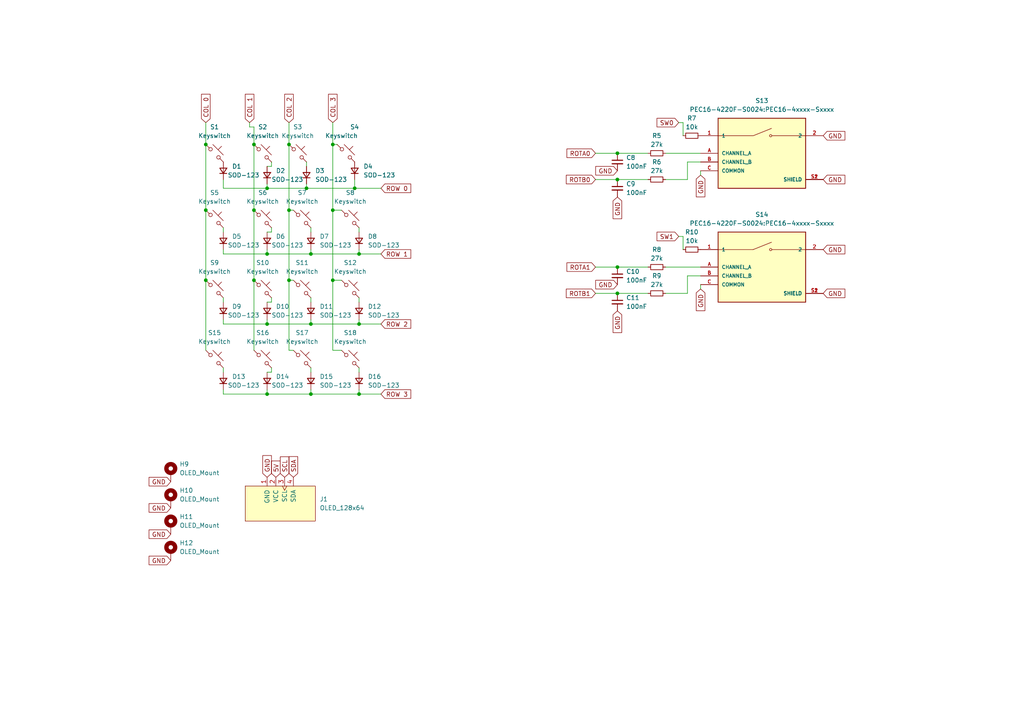
<source format=kicad_sch>
(kicad_sch (version 20250114) (generator "eeschema") (generator_version "9.0")
  (paper "A4")
  (lib_symbols
    (symbol "Device:C_Small" (pin_numbers (hide yes)) (pin_names (offset 0.254) (hide yes))
      (property "Reference" "C" (at 0.254 1.778 0))
      (property "Value" "C_Small" (at 0.254 -2.032 0))
      (symbol "C_Small_0_1"
        (polyline (pts (xy -1.524 0.508) (xy 1.524 0.508)) (stroke (width 0.3048)))
        (polyline (pts (xy -1.524 -0.508) (xy 1.524 -0.508)) (stroke (width 0.3302)))
      )
      (symbol "C_Small_1_1"
        (pin passive line (at 0 2.54 270) (length 2.032) (name "~") (number "1"))
        (pin passive line (at 0 -2.54 90) (length 2.032) (name "~") (number "2"))
      )
    )
    (symbol "Device:D_Small" (pin_numbers (hide yes)) (pin_names (offset 0.254) (hide yes))
      (property "Reference" "D" (at -1.27 2.032 0))
      (property "Value" "D_Small" (at -3.81 -2.032 0))
      (symbol "D_Small_0_1"
        (polyline (pts (xy -0.762 0) (xy 0.762 0)))
        (polyline (pts (xy -0.762 -1.016) (xy -0.762 1.016)) (stroke (width 0.254)))
        (polyline (pts (xy 0.762 -1.016) (xy -0.762 0) (xy 0.762 1.016) (xy 0.762 -1.016)) (stroke (width 0.254)))
      )
      (symbol "D_Small_1_1"
        (pin passive line (at -2.54 0 0) (length 1.778) (name "K") (number "1"))
        (pin passive line (at 2.54 0 180) (length 1.778) (name "A") (number "2"))
      )
    )
    (symbol "Device:R_Small" (pin_numbers (hide yes)) (pin_names (offset 0.254) (hide yes))
      (property "Reference" "R" (at 0.762 0.508 0))
      (property "Value" "R_Small" (at 0.762 -1.016 0))
      (symbol "R_Small_0_1"
        (rectangle (start -0.762 1.778) (end 0.762 -1.778) (stroke (width 0.2032)))
      )
      (symbol "R_Small_1_1"
        (pin passive line (at 0 2.54 270) (length 0.762) (name "~") (number "1"))
        (pin passive line (at 0 -2.54 90) (length 0.762) (name "~") (number "2"))
      )
    )
    (symbol "Mechanical:MountingHole_Pad" (pin_numbers (hide yes)) (pin_names (offset 1.016) (hide yes)) (in_bom no)
      (property "Reference" "H" (at 0 6.35 0))
      (property "Value" "MountingHole_Pad" (at 0 4.445 0))
      (symbol "MountingHole_Pad_0_1"
        (circle (center 0 1.27) (radius 1.27) (stroke (width 1.27)))
      )
      (symbol "MountingHole_Pad_1_1"
        (pin input line (at 0 -2.54 90) (length 2.54) (name "1") (number "1"))
      )
    )
    (symbol "PEC12R-2220F-S0024:PEC12R-2220F-S0024" (pin_names (offset 1.016))
      (property "Reference" "S" (at -12.7 11.43 0))
      (property "Value" "PEC12R-2220F-S0024" (at -12.7 -11.43 0))
      (symbol "PEC12R-2220F-S0024_0_0"
        (rectangle (start -12.7 -10.16) (end 12.7 10.16) (stroke (width 0.254)) (fill (type background)))
        (polyline (pts (xy -2.54 5.08) (xy -12.7 5.08)) (stroke (width 0.1524)))
        (polyline (pts (xy -2.54 5.08) (xy 2.794 7.2136)) (stroke (width 0.1524)))
        (circle (center 2.54 5.08) (radius 0.3302) (stroke (width 0.1524)))
        (polyline (pts (xy 12.7 5.08) (xy 2.921 5.08)) (stroke (width 0.1524)))
        (pin passive line (at -17.78 5.08 0) (length 5.08) (name "1") (number "1"))
        (pin passive line (at -17.78 0 0) (length 5.08) (name "CHANNEL_A") (number "A"))
        (pin passive line (at -17.78 -2.54 0) (length 5.08) (name "CHANNEL_B") (number "B"))
        (pin passive line (at -17.78 -5.08 0) (length 5.08) (name "COMMON") (number "C"))
        (pin passive line (at 17.78 5.08 180) (length 5.08) (name "2") (number "2"))
        (pin passive line (at 17.78 -7.62 180) (length 5.08) (name "SHIELD") (number "S1"))
        (pin passive line (at 17.78 -7.62 180) (length 5.08) (name "SHIELD") (number "S2"))
      )
    )
    (symbol "ScottoKeebs:OLED_128x64" (pin_names (offset 1.016))
      (property "Reference" "J" (at 0 -11.43 0))
      (property "Value" "OLED_128x64" (at 0 -7.62 0))
      (symbol "OLED_128x64_0_1"
        (rectangle (start 10.16 -10.16) (end -10.16 0) (fill (type background)))
      )
      (symbol "OLED_128x64_1_1"
        (pin power_in line (at -3.81 2.54 270) (length 2.54) (name "GND") (number "1"))
        (pin power_in line (at -1.27 2.54 270) (length 2.54) (name "VCC") (number "2"))
        (pin input clock (at 1.27 2.54 270) (length 2.54) (name "SCL") (number "3"))
        (pin bidirectional line (at 3.81 2.54 270) (length 2.54) (name "SDA") (number "4"))
      )
    )
    (symbol "ScottoKeebs:Placeholder_Keyswitch" (pin_numbers (hide yes)) (pin_names (offset 1.016) (hide yes))
      (property "Reference" "S" (at 3.048 1.016 0))
      (property "Value" "Keyswitch" (at 0 -3.81 0))
      (symbol "Placeholder_Keyswitch_0_1"
        (polyline (pts (xy -2.54 2.54) (xy -1.524 1.524) (xy -1.524 1.524)))
        (circle (center -1.1684 1.1684) (radius 0.508))
        (polyline (pts (xy -0.508 2.54) (xy 2.54 -0.508)))
        (polyline (pts (xy 1.016 1.016) (xy 2.032 2.032)))
        (circle (center 1.143 -1.1938) (radius 0.508))
        (polyline (pts (xy 1.524 -1.524) (xy 2.54 -2.54) (xy 2.54 -2.54) (xy 2.54 -2.54)))
        (pin passive line (at -2.54 2.54 0) (length 0) (name "1") (number "1"))
        (pin passive line (at 2.54 -2.54 180) (length 0) (name "2") (number "2"))
      )
    )
  )
  (junction (at 102.87 54.61))
  (junction (at 73.66 81.28))
  (junction (at 77.47 114.3))
  (junction (at 90.17 114.3))
  (junction (at 59.69 60.96))
  (junction (at 59.69 41.91))
  (junction (at 77.47 73.66))
  (junction (at 59.69 81.28))
  (junction (at 77.47 93.98))
  (junction (at 83.82 81.28))
  (junction (at 88.9 54.61))
  (junction (at 179.07 85.09))
  (junction (at 90.17 93.98))
  (junction (at 104.14 73.66))
  (junction (at 73.66 60.96))
  (junction (at 73.66 41.91))
  (junction (at 179.07 52.07))
  (junction (at 96.52 60.96))
  (junction (at 179.07 44.45))
  (junction (at 83.82 41.91))
  (junction (at 104.14 114.3))
  (junction (at 96.52 81.28))
  (junction (at 90.17 73.66))
  (junction (at 83.82 60.96))
  (junction (at 104.14 93.98))
  (junction (at 77.47 54.61))
  (junction (at 179.07 77.47))
  (junction (at 96.52 41.91))
  (wire (pts (xy 172.72 44.45) (xy 179.07 44.45)))
  (wire (pts (xy 59.69 81.28) (xy 59.69 101.6)))
  (wire (pts (xy 90.17 107.95) (xy 90.17 106.68)))
  (wire (pts (xy 83.82 35.56) (xy 83.82 41.91)))
  (wire (pts (xy 96.52 81.28) (xy 99.06 81.28)))
  (wire (pts (xy 104.14 113.03) (xy 104.14 114.3)))
  (wire (pts (xy 199.39 46.99) (xy 199.39 52.07)))
  (wire (pts (xy 77.47 92.71) (xy 77.47 93.98)))
  (wire (pts (xy 90.17 72.39) (xy 90.17 73.66)))
  (wire (pts (xy 199.39 52.07) (xy 193.04 52.07)))
  (wire (pts (xy 172.72 52.07) (xy 179.07 52.07)))
  (wire (pts (xy 59.69 41.91) (xy 59.69 60.96)))
  (wire (pts (xy 96.52 41.91) (xy 96.52 60.96)))
  (wire (pts (xy 77.47 113.03) (xy 77.47 114.3)))
  (wire (pts (xy 64.77 73.66) (xy 64.77 72.39)))
  (wire (pts (xy 198.12 35.56) (xy 198.12 39.37)))
  (wire (pts (xy 90.17 93.98) (xy 104.14 93.98)))
  (wire (pts (xy 72.39 35.56) (xy 72.39 36.83)))
  (wire (pts (xy 73.66 60.96) (xy 73.66 81.28)))
  (wire (pts (xy 77.47 54.61) (xy 88.9 54.61)))
  (wire (pts (xy 78.74 87.63) (xy 77.47 87.63)))
  (wire (pts (xy 83.82 60.96) (xy 85.09 60.96)))
  (wire (pts (xy 64.77 54.61) (xy 77.47 54.61)))
  (wire (pts (xy 193.04 77.47) (xy 203.2 77.47)))
  (wire (pts (xy 172.72 77.47) (xy 179.07 77.47)))
  (wire (pts (xy 88.9 54.61) (xy 102.87 54.61)))
  (wire (pts (xy 97.79 41.91) (xy 96.52 41.91)))
  (wire (pts (xy 73.66 41.91) (xy 73.66 60.96)))
  (wire (pts (xy 78.74 87.63) (xy 78.74 86.36)))
  (wire (pts (xy 104.14 72.39) (xy 104.14 73.66)))
  (wire (pts (xy 102.87 52.07) (xy 102.87 54.61)))
  (wire (pts (xy 198.12 68.58) (xy 196.85 68.58)))
  (wire (pts (xy 64.77 114.3) (xy 77.47 114.3)))
  (wire (pts (xy 203.2 46.99) (xy 199.39 46.99)))
  (wire (pts (xy 78.74 67.31) (xy 78.74 66.04)))
  (wire (pts (xy 77.47 73.66) (xy 90.17 73.66)))
  (wire (pts (xy 203.2 50.8) (xy 203.2 49.53)))
  (wire (pts (xy 90.17 87.63) (xy 90.17 86.36)))
  (wire (pts (xy 83.82 101.6) (xy 85.09 101.6)))
  (wire (pts (xy 64.77 67.31) (xy 64.77 66.04)))
  (wire (pts (xy 198.12 35.56) (xy 196.85 35.56)))
  (wire (pts (xy 64.77 93.98) (xy 77.47 93.98)))
  (wire (pts (xy 83.82 81.28) (xy 85.09 81.28)))
  (wire (pts (xy 83.82 81.28) (xy 83.82 101.6)))
  (wire (pts (xy 59.69 35.56) (xy 59.69 41.91)))
  (wire (pts (xy 193.04 44.45) (xy 203.2 44.45)))
  (wire (pts (xy 78.74 48.26) (xy 77.47 48.26)))
  (wire (pts (xy 77.47 73.66) (xy 77.47 72.39)))
  (wire (pts (xy 90.17 73.66) (xy 104.14 73.66)))
  (wire (pts (xy 104.14 87.63) (xy 104.14 86.36)))
  (wire (pts (xy 203.2 83.82) (xy 203.2 82.55)))
  (wire (pts (xy 59.69 60.96) (xy 59.69 81.28)))
  (wire (pts (xy 96.52 35.56) (xy 96.52 41.91)))
  (wire (pts (xy 104.14 93.98) (xy 110.49 93.98)))
  (wire (pts (xy 199.39 80.01) (xy 199.39 85.09)))
  (wire (pts (xy 90.17 114.3) (xy 104.14 114.3)))
  (wire (pts (xy 78.74 67.31) (xy 77.47 67.31)))
  (wire (pts (xy 104.14 73.66) (xy 110.49 73.66)))
  (wire (pts (xy 77.47 114.3) (xy 90.17 114.3)))
  (wire (pts (xy 179.07 77.47) (xy 187.96 77.47)))
  (wire (pts (xy 104.14 92.71) (xy 104.14 93.98)))
  (wire (pts (xy 96.52 101.6) (xy 99.06 101.6)))
  (wire (pts (xy 64.77 87.63) (xy 64.77 86.36)))
  (wire (pts (xy 64.77 73.66) (xy 77.47 73.66)))
  (wire (pts (xy 102.87 54.61) (xy 110.49 54.61)))
  (wire (pts (xy 78.74 107.95) (xy 78.74 106.68)))
  (wire (pts (xy 72.39 36.83) (xy 73.66 36.83)))
  (wire (pts (xy 83.82 41.91) (xy 83.82 60.96)))
  (wire (pts (xy 198.12 68.58) (xy 198.12 72.39)))
  (wire (pts (xy 90.17 67.31) (xy 90.17 66.04)))
  (wire (pts (xy 199.39 85.09) (xy 193.04 85.09)))
  (wire (pts (xy 96.52 60.96) (xy 96.52 81.28)))
  (wire (pts (xy 88.9 53.34) (xy 88.9 54.61)))
  (wire (pts (xy 104.14 107.95) (xy 104.14 106.68)))
  (wire (pts (xy 203.2 80.01) (xy 199.39 80.01)))
  (wire (pts (xy 77.47 93.98) (xy 90.17 93.98)))
  (wire (pts (xy 90.17 92.71) (xy 90.17 93.98)))
  (wire (pts (xy 64.77 113.03) (xy 64.77 114.3)))
  (wire (pts (xy 96.52 81.28) (xy 96.52 101.6)))
  (wire (pts (xy 83.82 60.96) (xy 83.82 81.28)))
  (wire (pts (xy 187.96 85.09) (xy 179.07 85.09)))
  (wire (pts (xy 172.72 85.09) (xy 179.07 85.09)))
  (wire (pts (xy 64.77 92.71) (xy 64.77 93.98)))
  (wire (pts (xy 88.9 48.26) (xy 88.9 46.99)))
  (wire (pts (xy 96.52 60.96) (xy 99.06 60.96)))
  (wire (pts (xy 78.74 107.95) (xy 77.47 107.95)))
  (wire (pts (xy 77.47 53.34) (xy 77.47 54.61)))
  (wire (pts (xy 179.07 44.45) (xy 187.96 44.45)))
  (wire (pts (xy 104.14 114.3) (xy 110.49 114.3)))
  (wire (pts (xy 73.66 36.83) (xy 73.66 41.91)))
  (wire (pts (xy 90.17 113.03) (xy 90.17 114.3)))
  (wire (pts (xy 73.66 81.28) (xy 73.66 101.6)))
  (wire (pts (xy 64.77 107.95) (xy 64.77 106.68)))
  (wire (pts (xy 187.96 52.07) (xy 179.07 52.07)))
  (wire (pts (xy 78.74 46.99) (xy 78.74 48.26)))
  (wire (pts (xy 104.14 67.31) (xy 104.14 66.04)))
  (wire (pts (xy 64.77 52.07) (xy 64.77 54.61)))
  (global_label "ROTA1" (shape input) (at 172.72 77.47 180) (property "Intersheetrefs" "${INTERSHEET_REFS}" (effects (hide yes))))
  (global_label "COL 1" (shape input) (at 72.39 35.56 90) (property "Intersheetrefs" "${INTERSHEET_REFS}" (effects (hide yes))))
  (global_label "ROTA0" (shape input) (at 172.72 44.45 180) (property "Intersheetrefs" "${INTERSHEET_REFS}" (effects (hide yes))))
  (global_label "SCL" (shape input) (at 82.55 138.43 90) (property "Intersheetrefs" "${INTERSHEET_REFS}" (effects (hide yes))))
  (global_label "ROW 1" (shape input) (at 110.49 73.66 0) (property "Intersheetrefs" "${INTERSHEET_REFS}" (effects (hide yes))))
  (global_label "COL 2" (shape input) (at 83.82 35.56 90) (property "Intersheetrefs" "${INTERSHEET_REFS}" (effects (hide yes))))
  (global_label "SW0" (shape input) (at 196.85 35.56 180) (property "Intersheetrefs" "${INTERSHEET_REFS}" (effects (hide yes))))
  (global_label "GND" (shape input) (at 49.53 154.94 180) (property "Intersheetrefs" "${INTERSHEET_REFS}" (effects (hide yes))))
  (global_label "ROTB0" (shape input) (at 172.72 52.07 180) (property "Intersheetrefs" "${INTERSHEET_REFS}" (effects (hide yes))))
  (global_label "GND" (shape input) (at 238.76 72.39 0) (property "Intersheetrefs" "${INTERSHEET_REFS}" (effects (hide yes))))
  (global_label "ROW 3" (shape input) (at 110.49 114.3 0) (property "Intersheetrefs" "${INTERSHEET_REFS}" (effects (hide yes))))
  (global_label "GND" (shape input) (at 203.2 50.8 270) (property "Intersheetrefs" "${INTERSHEET_REFS}" (effects (hide yes))))
  (global_label "GND" (shape input) (at 179.07 49.53 180) (property "Intersheetrefs" "${INTERSHEET_REFS}" (effects (hide yes))))
  (global_label "ROW 0" (shape input) (at 110.49 54.61 0) (property "Intersheetrefs" "${INTERSHEET_REFS}" (effects (hide yes))))
  (global_label "GND" (shape input) (at 179.07 82.55 180) (property "Intersheetrefs" "${INTERSHEET_REFS}" (effects (hide yes))))
  (global_label "GND" (shape input) (at 49.53 162.56 180) (property "Intersheetrefs" "${INTERSHEET_REFS}" (effects (hide yes))))
  (global_label "ROW 2" (shape input) (at 110.49 93.98 0) (property "Intersheetrefs" "${INTERSHEET_REFS}" (effects (hide yes))))
  (global_label "COL 3" (shape input) (at 96.52 35.56 90) (property "Intersheetrefs" "${INTERSHEET_REFS}" (effects (hide yes))))
  (global_label "5V" (shape input) (at 80.01 138.43 90) (property "Intersheetrefs" "${INTERSHEET_REFS}" (effects (hide yes))))
  (global_label "GND" (shape input) (at 203.2 83.82 270) (property "Intersheetrefs" "${INTERSHEET_REFS}" (effects (hide yes))))
  (global_label "COL 0" (shape input) (at 59.69 35.56 90) (property "Intersheetrefs" "${INTERSHEET_REFS}" (effects (hide yes))))
  (global_label "GND" (shape input) (at 238.76 52.07 0) (property "Intersheetrefs" "${INTERSHEET_REFS}" (effects (hide yes))))
  (global_label "GND" (shape input) (at 77.47 138.43 90) (property "Intersheetrefs" "${INTERSHEET_REFS}" (effects (hide yes))))
  (global_label "GND" (shape input) (at 238.76 39.37 0) (property "Intersheetrefs" "${INTERSHEET_REFS}" (effects (hide yes))))
  (global_label "GND" (shape input) (at 238.76 85.09 0) (property "Intersheetrefs" "${INTERSHEET_REFS}" (effects (hide yes))))
  (global_label "GND" (shape input) (at 179.07 90.17 270) (property "Intersheetrefs" "${INTERSHEET_REFS}" (effects (hide yes))))
  (global_label "GND" (shape input) (at 49.53 147.32 180) (property "Intersheetrefs" "${INTERSHEET_REFS}" (effects (hide yes))))
  (global_label "ROTB1" (shape input) (at 172.72 85.09 180) (property "Intersheetrefs" "${INTERSHEET_REFS}" (effects (hide yes))))
  (global_label "SW1" (shape input) (at 196.85 68.58 180) (property "Intersheetrefs" "${INTERSHEET_REFS}" (effects (hide yes))))
  (global_label "GND" (shape input) (at 179.07 57.15 270) (property "Intersheetrefs" "${INTERSHEET_REFS}" (effects (hide yes))))
  (global_label "SDA" (shape input) (at 85.09 138.43 90) (property "Intersheetrefs" "${INTERSHEET_REFS}" (effects (hide yes))))
  (global_label "GND" (shape input) (at 49.53 139.7 180) (property "Intersheetrefs" "${INTERSHEET_REFS}" (effects (hide yes))))
  (symbol (lib_id "ScottoKeebs:Placeholder_Keyswitch") (at 76.2 63.5 0) (unit 1)
    (property "Reference" "S6" (at 76.2 55.88 0))
    (property "Value" "Keyswitch" (at 76.2 58.42 0))
    (property "Footprint" "Button_Switch_Keyboard:SW_Cherry_MX_1.00u_PCB" (effects (hide yes)))
    (property "Description" "Push button switch, normally open, two pins, 45° tilted" (effects (hide yes)))
  )
  (symbol (lib_id "Device:D_Small") (at 64.77 49.53 90) (unit 1)
    (property "Reference" "D1" (at 67.31 48.2599 90) (effects (justify right)))
    (property "Value" "SOD-123" (at 66.04 50.7999 90) (effects (justify right)))
    (property "Footprint" "Diode_SMD:D_SOD-123" (effects (hide yes)))
    (property "Description" "Diode, small symbol" (effects (hide yes)))
    (property "Sim.Device" "D" (effects (hide yes)))
    (property "Sim.Pins" "1=K 2=A" (effects (hide yes)))
  )
  (symbol (lib_id "PEC12R-2220F-S0024:PEC12R-2220F-S0024") (at 220.98 77.47 0) (unit 1)
    (property "Reference" "S14" (at 220.98 62.23 0))
    (property "Value" "PEC16-4220F-S0024:PEC16-4xxxx-Sxxxx" (at 220.98 64.77 0))
    (property "Footprint" "kicad-footprints:PEC16-4xxxx-Sxxxx" (effects (hide yes)))
    (property "MF" "Bourns" (effects (hide yes)))
    (property "MAXIMUM_PACKAGE_HEIGHT" "16.7 mm" (effects (hide yes)))
    (property "Package" "None" (effects (hide yes)))
    (property "Price" "None" (effects (hide yes)))
    (property "Check_prices" "https://www.snapeda.com/parts/PEC12R-2220F-S0024/Bourns/view-part/?ref=eda" (effects (hide yes)))
    (property "STANDARD" "Manufacturer Recommendations" (effects (hide yes)))
    (property "PARTREV" "07/21" (effects (hide yes)))
    (property "SnapEDA_Link" "https://www.snapeda.com/parts/PEC12R-2220F-S0024/Bourns/view-part/?ref=snap" (effects (hide yes)))
    (property "MP" "PEC12R-2220F-S0024" (effects (hide yes)))
    (property "Description_1" "PEC12R 12mm Incremental encoder 24 pulse | Bourns PEC12R-2220F-S0024" (effects (hide yes)))
    (property "Availability" "In Stock" (effects (hide yes)))
    (property "MANUFACTURER" "Bourns" (effects (hide yes)))
  )
  (symbol (lib_id "ScottoKeebs:OLED_128x64") (at 81.28 140.97 0) (unit 1)
    (property "Reference" "J1" (at 92.71 144.7799 0) (effects (justify left)))
    (property "Value" "OLED_128x64" (at 92.71 147.3199 0) (effects (justify left)))
    (property "Footprint" "ScottoKeebs_Components:OLED_128x64" (effects (hide yes)))
  )
  (symbol (lib_id "ScottoKeebs:Placeholder_Keyswitch") (at 62.23 44.45 0) (unit 1)
    (property "Reference" "S1" (at 62.23 36.83 0))
    (property "Value" "Keyswitch" (at 62.23 39.37 0))
    (property "Footprint" "Button_Switch_Keyboard:SW_Cherry_MX_1.00u_PCB" (effects (hide yes)))
    (property "Description" "Push button switch, normally open, two pins, 45° tilted" (effects (hide yes)))
  )
  (symbol (lib_id "Device:D_Small") (at 104.14 110.49 90) (unit 1)
    (property "Reference" "D16" (at 106.68 109.2199 90) (effects (justify right)))
    (property "Value" "SOD-123" (at 106.68 111.7599 90) (effects (justify right)))
    (property "Footprint" "Diode_SMD:D_SOD-123" (effects (hide yes)))
    (property "Description" "Diode, small symbol" (effects (hide yes)))
    (property "Sim.Device" "D" (effects (hide yes)))
    (property "Sim.Pins" "1=K 2=A" (effects (hide yes)))
  )
  (symbol (lib_id "Device:D_Small") (at 77.47 50.8 90) (unit 1)
    (property "Reference" "D2" (at 80.01 49.5299 90) (effects (justify right)))
    (property "Value" "SOD-123" (at 78.74 52.0699 90) (effects (justify right)))
    (property "Footprint" "Diode_SMD:D_SOD-123" (effects (hide yes)))
    (property "Description" "Diode, small symbol" (effects (hide yes)))
    (property "Sim.Device" "D" (effects (hide yes)))
    (property "Sim.Pins" "1=K 2=A" (effects (hide yes)))
  )
  (symbol (lib_id "Device:D_Small") (at 90.17 90.17 90) (unit 1)
    (property "Reference" "D11" (at 92.71 88.8999 90) (effects (justify right)))
    (property "Value" "SOD-123" (at 92.71 91.4399 90) (effects (justify right)))
    (property "Footprint" "Diode_SMD:D_SOD-123" (effects (hide yes)))
    (property "Description" "Diode, small symbol" (effects (hide yes)))
    (property "Sim.Device" "D" (effects (hide yes)))
    (property "Sim.Pins" "1=K 2=A" (effects (hide yes)))
  )
  (symbol (lib_id "ScottoKeebs:Placeholder_Keyswitch") (at 86.36 44.45 0) (unit 1)
    (property "Reference" "S3" (at 86.36 36.83 0))
    (property "Value" "Keyswitch" (at 86.36 39.37 0))
    (property "Footprint" "Button_Switch_Keyboard:SW_Cherry_MX_1.00u_PCB" (effects (hide yes)))
    (property "Description" "Push button switch, normally open, two pins, 45° tilted" (effects (hide yes)))
  )
  (symbol (lib_id "Device:D_Small") (at 90.17 69.85 90) (unit 1)
    (property "Reference" "D7" (at 92.71 68.5799 90) (effects (justify right)))
    (property "Value" "SOD-123" (at 92.71 71.1199 90) (effects (justify right)))
    (property "Footprint" "Diode_SMD:D_SOD-123" (effects (hide yes)))
    (property "Description" "Diode, small symbol" (effects (hide yes)))
    (property "Sim.Device" "D" (effects (hide yes)))
    (property "Sim.Pins" "1=K 2=A" (effects (hide yes)))
  )
  (symbol (lib_id "Device:D_Small") (at 77.47 90.17 90) (unit 1)
    (property "Reference" "D10" (at 80.01 88.8999 90) (effects (justify right)))
    (property "Value" "SOD-123" (at 78.74 91.4399 90) (effects (justify right)))
    (property "Footprint" "Diode_SMD:D_SOD-123" (effects (hide yes)))
    (property "Description" "Diode, small symbol" (effects (hide yes)))
    (property "Sim.Device" "D" (effects (hide yes)))
    (property "Sim.Pins" "1=K 2=A" (effects (hide yes)))
  )
  (symbol (lib_id "Device:R_Small") (at 190.5 85.09 90) (unit 1)
    (property "Reference" "R9" (at 190.5 80.01 90))
    (property "Value" "27k" (at 190.5 82.55 90))
    (property "Footprint" "Resistor_SMD:R_0805_2012Metric" (effects (hide yes)))
    (property "Description" "Resistor, small symbol" (effects (hide yes)))
  )
  (symbol (lib_id "ScottoKeebs:Placeholder_Keyswitch") (at 62.23 63.5 0) (unit 1)
    (property "Reference" "S5" (at 62.23 55.88 0))
    (property "Value" "Keyswitch" (at 62.23 58.42 0))
    (property "Footprint" "Button_Switch_Keyboard:SW_Cherry_MX_1.00u_PCB" (effects (hide yes)))
    (property "Description" "Push button switch, normally open, two pins, 45° tilted" (effects (hide yes)))
  )
  (symbol (lib_id "Device:D_Small") (at 77.47 110.49 90) (unit 1)
    (property "Reference" "D14" (at 80.01 109.2199 90) (effects (justify right)))
    (property "Value" "SOD-123" (at 78.74 111.7599 90) (effects (justify right)))
    (property "Footprint" "Diode_SMD:D_SOD-123" (effects (hide yes)))
    (property "Description" "Diode, small symbol" (effects (hide yes)))
    (property "Sim.Device" "D" (effects (hide yes)))
    (property "Sim.Pins" "1=K 2=A" (effects (hide yes)))
  )
  (symbol (lib_id "Device:R_Small") (at 190.5 52.07 90) (unit 1)
    (property "Reference" "R6" (at 190.5 46.99 90))
    (property "Value" "27k" (at 190.5 49.53 90))
    (property "Footprint" "Resistor_SMD:R_0805_2012Metric" (effects (hide yes)))
    (property "Description" "Resistor, small symbol" (effects (hide yes)))
  )
  (symbol (lib_id "Device:D_Small") (at 64.77 90.17 90) (unit 1)
    (property "Reference" "D9" (at 67.31 88.8999 90) (effects (justify right)))
    (property "Value" "SOD-123" (at 66.04 91.4399 90) (effects (justify right)))
    (property "Footprint" "Diode_SMD:D_SOD-123" (effects (hide yes)))
    (property "Description" "Diode, small symbol" (effects (hide yes)))
    (property "Sim.Device" "D" (effects (hide yes)))
    (property "Sim.Pins" "1=K 2=A" (effects (hide yes)))
  )
  (symbol (lib_id "ScottoKeebs:Placeholder_Keyswitch") (at 100.33 44.45 0) (unit 1)
    (property "Reference" "S4" (at 102.87 36.83 0))
    (property "Value" "Keyswitch" (at 99.06 39.37 0))
    (property "Footprint" "Button_Switch_Keyboard:SW_Cherry_MX_1.00u_PCB" (effects (hide yes)))
    (property "Description" "Push button switch, normally open, two pins, 45° tilted" (effects (hide yes)))
  )
  (symbol (lib_id "ScottoKeebs:Placeholder_Keyswitch") (at 87.63 63.5 0) (unit 1)
    (property "Reference" "S7" (at 87.63 55.88 0))
    (property "Value" "Keyswitch" (at 87.63 58.42 0))
    (property "Footprint" "Button_Switch_Keyboard:SW_Cherry_MX_1.00u_PCB" (effects (hide yes)))
    (property "Description" "Push button switch, normally open, two pins, 45° tilted" (effects (hide yes)))
  )
  (symbol (lib_id "ScottoKeebs:Placeholder_Keyswitch") (at 101.6 83.82 0) (unit 1)
    (property "Reference" "S12" (at 101.6 76.2 0))
    (property "Value" "Keyswitch" (at 101.6 78.74 0))
    (property "Footprint" "Button_Switch_Keyboard:SW_Cherry_MX_1.00u_PCB" (effects (hide yes)))
    (property "Description" "Push button switch, normally open, two pins, 45° tilted" (effects (hide yes)))
  )
  (symbol (lib_id "Device:R_Small") (at 190.5 44.45 90) (unit 1)
    (property "Reference" "R5" (at 190.5 39.37 90))
    (property "Value" "27k" (at 190.5 41.91 90))
    (property "Footprint" "Resistor_SMD:R_0805_2012Metric" (effects (hide yes)))
    (property "Description" "Resistor, small symbol" (effects (hide yes)))
  )
  (symbol (lib_id "Mechanical:MountingHole_Pad") (at 49.53 144.78 0) (unit 1) (in_bom no)
    (property "Reference" "H10" (at 52.07 142.2399 0) (effects (justify left)))
    (property "Value" "OLED_Mount" (at 52.07 144.7799 0) (effects (justify left)))
    (property "Footprint" "MountingHole:MountingHole_2.2mm_M2_Pad" (effects (hide yes)))
    (property "Description" "Mounting Hole with connection" (effects (hide yes)))
  )
  (symbol (lib_id "Device:R_Small") (at 200.66 72.39 90) (unit 1)
    (property "Reference" "R10" (at 200.66 67.31 90))
    (property "Value" "10k" (at 200.66 69.85 90))
    (property "Footprint" "Resistor_SMD:R_0805_2012Metric" (effects (hide yes)))
    (property "Description" "Resistor, small symbol" (effects (hide yes)))
  )
  (symbol (lib_id "Mechanical:MountingHole_Pad") (at 49.53 160.02 0) (unit 1) (in_bom no)
    (property "Reference" "H12" (at 52.07 157.4799 0) (effects (justify left)))
    (property "Value" "OLED_Mount" (at 52.07 160.0199 0) (effects (justify left)))
    (property "Footprint" "MountingHole:MountingHole_2.2mm_M2_Pad" (effects (hide yes)))
    (property "Description" "Mounting Hole with connection" (effects (hide yes)))
  )
  (symbol (lib_id "Device:R_Small") (at 190.5 77.47 90) (unit 1)
    (property "Reference" "R8" (at 190.5 72.39 90))
    (property "Value" "27k" (at 190.5 74.93 90))
    (property "Footprint" "Resistor_SMD:R_0805_2012Metric" (effects (hide yes)))
    (property "Description" "Resistor, small symbol" (effects (hide yes)))
  )
  (symbol (lib_id "Device:C_Small") (at 179.07 54.61 0) (unit 1)
    (property "Reference" "C9" (at 181.61 53.3462 0) (effects (justify left)))
    (property "Value" "100nF" (at 181.61 55.8862 0) (effects (justify left)))
    (property "Footprint" "Capacitor_SMD:C_0805_2012Metric" (effects (hide yes)))
    (property "Description" "Unpolarized capacitor, small symbol" (effects (hide yes)))
  )
  (symbol (lib_id "ScottoKeebs:Placeholder_Keyswitch") (at 62.23 83.82 0) (unit 1)
    (property "Reference" "S9" (at 62.23 76.2 0))
    (property "Value" "Keyswitch" (at 62.23 78.74 0))
    (property "Footprint" "Button_Switch_Keyboard:SW_Cherry_MX_1.00u_PCB" (effects (hide yes)))
    (property "Description" "Push button switch, normally open, two pins, 45° tilted" (effects (hide yes)))
  )
  (symbol (lib_id "Device:D_Small") (at 64.77 69.85 90) (unit 1)
    (property "Reference" "D5" (at 67.31 68.5799 90) (effects (justify right)))
    (property "Value" "SOD-123" (at 66.04 71.1199 90) (effects (justify right)))
    (property "Footprint" "Diode_SMD:D_SOD-123" (effects (hide yes)))
    (property "Description" "Diode, small symbol" (effects (hide yes)))
    (property "Sim.Device" "D" (effects (hide yes)))
    (property "Sim.Pins" "1=K 2=A" (effects (hide yes)))
  )
  (symbol (lib_id "Device:C_Small") (at 179.07 46.99 0) (unit 1)
    (property "Reference" "C8" (at 181.61 45.7262 0) (effects (justify left)))
    (property "Value" "100nF" (at 181.61 48.2662 0) (effects (justify left)))
    (property "Footprint" "Capacitor_SMD:C_0805_2012Metric" (effects (hide yes)))
    (property "Description" "Unpolarized capacitor, small symbol" (effects (hide yes)))
  )
  (symbol (lib_id "Device:C_Small") (at 179.07 87.63 0) (unit 1)
    (property "Reference" "C11" (at 181.61 86.3662 0) (effects (justify left)))
    (property "Value" "100nF" (at 181.61 88.9062 0) (effects (justify left)))
    (property "Footprint" "Capacitor_SMD:C_0805_2012Metric" (effects (hide yes)))
    (property "Description" "Unpolarized capacitor, small symbol" (effects (hide yes)))
  )
  (symbol (lib_id "Device:R_Small") (at 200.66 39.37 90) (unit 1)
    (property "Reference" "R7" (at 200.66 34.29 90))
    (property "Value" "10k" (at 200.66 36.83 90))
    (property "Footprint" "Resistor_SMD:R_0805_2012Metric" (effects (hide yes)))
    (property "Description" "Resistor, small symbol" (effects (hide yes)))
  )
  (symbol (lib_id "ScottoKeebs:Placeholder_Keyswitch") (at 101.6 104.14 0) (unit 1)
    (property "Reference" "S18" (at 101.6 96.52 0))
    (property "Value" "Keyswitch" (at 101.6 99.06 0))
    (property "Footprint" "Button_Switch_Keyboard:SW_Cherry_MX_1.00u_PCB" (effects (hide yes)))
    (property "Description" "Push button switch, normally open, two pins, 45° tilted" (effects (hide yes)))
  )
  (symbol (lib_id "ScottoKeebs:Placeholder_Keyswitch") (at 62.23 104.14 0) (unit 1)
    (property "Reference" "S15" (at 62.23 96.52 0))
    (property "Value" "Keyswitch" (at 62.23 99.06 0))
    (property "Footprint" "Button_Switch_Keyboard:SW_Cherry_MX_1.00u_PCB" (effects (hide yes)))
    (property "Description" "Push button switch, normally open, two pins, 45° tilted" (effects (hide yes)))
  )
  (symbol (lib_id "Device:C_Small") (at 179.07 80.01 0) (unit 1)
    (property "Reference" "C10" (at 181.61 78.7462 0) (effects (justify left)))
    (property "Value" "100nF" (at 181.61 81.2862 0) (effects (justify left)))
    (property "Footprint" "Capacitor_SMD:C_0805_2012Metric" (effects (hide yes)))
    (property "Description" "Unpolarized capacitor, small symbol" (effects (hide yes)))
  )
  (symbol (lib_id "ScottoKeebs:Placeholder_Keyswitch") (at 76.2 44.45 0) (unit 1)
    (property "Reference" "S2" (at 76.2 36.83 0))
    (property "Value" "Keyswitch" (at 76.2 39.37 0))
    (property "Footprint" "Button_Switch_Keyboard:SW_Cherry_MX_1.00u_PCB" (effects (hide yes)))
    (property "Description" "Push button switch, normally open, two pins, 45° tilted" (effects (hide yes)))
  )
  (symbol (lib_id "Device:D_Small") (at 104.14 69.85 90) (unit 1)
    (property "Reference" "D8" (at 106.68 68.5799 90) (effects (justify right)))
    (property "Value" "SOD-123" (at 106.68 71.1199 90) (effects (justify right)))
    (property "Footprint" "Diode_SMD:D_SOD-123" (effects (hide yes)))
    (property "Description" "Diode, small symbol" (effects (hide yes)))
    (property "Sim.Device" "D" (effects (hide yes)))
    (property "Sim.Pins" "1=K 2=A" (effects (hide yes)))
  )
  (symbol (lib_id "Device:D_Small") (at 90.17 110.49 90) (unit 1)
    (property "Reference" "D15" (at 92.71 109.2199 90) (effects (justify right)))
    (property "Value" "SOD-123" (at 92.71 111.7599 90) (effects (justify right)))
    (property "Footprint" "Diode_SMD:D_SOD-123" (effects (hide yes)))
    (property "Description" "Diode, small symbol" (effects (hide yes)))
    (property "Sim.Device" "D" (effects (hide yes)))
    (property "Sim.Pins" "1=K 2=A" (effects (hide yes)))
  )
  (symbol (lib_id "ScottoKeebs:Placeholder_Keyswitch") (at 76.2 83.82 0) (unit 1)
    (property "Reference" "S10" (at 76.2 76.2 0))
    (property "Value" "Keyswitch" (at 76.2 78.74 0))
    (property "Footprint" "Button_Switch_Keyboard:SW_Cherry_MX_1.00u_PCB" (effects (hide yes)))
    (property "Description" "Push button switch, normally open, two pins, 45° tilted" (effects (hide yes)))
  )
  (symbol (lib_id "Mechanical:MountingHole_Pad") (at 49.53 152.4 0) (unit 1) (in_bom no)
    (property "Reference" "H11" (at 52.07 149.8599 0) (effects (justify left)))
    (property "Value" "OLED_Mount" (at 52.07 152.3999 0) (effects (justify left)))
    (property "Footprint" "MountingHole:MountingHole_2.2mm_M2_Pad" (effects (hide yes)))
    (property "Description" "Mounting Hole with connection" (effects (hide yes)))
  )
  (symbol (lib_id "PEC12R-2220F-S0024:PEC12R-2220F-S0024") (at 220.98 44.45 0) (unit 1)
    (property "Reference" "S13" (at 220.98 29.21 0))
    (property "Value" "PEC16-4220F-S0024:PEC16-4xxxx-Sxxxx" (at 220.98 31.75 0))
    (property "Footprint" "kicad-footprints:PEC16-4xxxx-Sxxxx" (effects (hide yes)))
    (property "MF" "Bourns" (effects (hide yes)))
    (property "MAXIMUM_PACKAGE_HEIGHT" "16.7 mm" (effects (hide yes)))
    (property "Package" "None" (effects (hide yes)))
    (property "Price" "None" (effects (hide yes)))
    (property "Check_prices" "https://www.snapeda.com/parts/PEC12R-2220F-S0024/Bourns/view-part/?ref=eda" (effects (hide yes)))
    (property "STANDARD" "Manufacturer Recommendations" (effects (hide yes)))
    (property "PARTREV" "07/21" (effects (hide yes)))
    (property "SnapEDA_Link" "https://www.snapeda.com/parts/PEC12R-2220F-S0024/Bourns/view-part/?ref=snap" (effects (hide yes)))
    (property "MP" "PEC12R-2220F-S0024" (effects (hide yes)))
    (property "Description_1" "PEC12R 12mm Incremental encoder 24 pulse | Bourns PEC12R-2220F-S0024" (effects (hide yes)))
    (property "Availability" "In Stock" (effects (hide yes)))
    (property "MANUFACTURER" "Bourns" (effects (hide yes)))
  )
  (symbol (lib_id "Device:D_Small") (at 102.87 49.53 90) (unit 1)
    (property "Reference" "D4" (at 105.41 48.2599 90) (effects (justify right)))
    (property "Value" "SOD-123" (at 105.41 50.7999 90) (effects (justify right)))
    (property "Footprint" "Diode_SMD:D_SOD-123" (effects (hide yes)))
    (property "Description" "Diode, small symbol" (effects (hide yes)))
    (property "Sim.Device" "D" (effects (hide yes)))
    (property "Sim.Pins" "1=K 2=A" (effects (hide yes)))
  )
  (symbol (lib_id "Device:D_Small") (at 77.47 69.85 90) (unit 1)
    (property "Reference" "D6" (at 80.01 68.5799 90) (effects (justify right)))
    (property "Value" "SOD-123" (at 78.74 71.1199 90) (effects (justify right)))
    (property "Footprint" "Diode_SMD:D_SOD-123" (effects (hide yes)))
    (property "Description" "Diode, small symbol" (effects (hide yes)))
    (property "Sim.Device" "D" (effects (hide yes)))
    (property "Sim.Pins" "1=K 2=A" (effects (hide yes)))
  )
  (symbol (lib_id "Device:D_Small") (at 88.9 50.8 90) (unit 1)
    (property "Reference" "D3" (at 91.44 49.5299 90) (effects (justify right)))
    (property "Value" "SOD-123" (at 91.44 52.0699 90) (effects (justify right)))
    (property "Footprint" "Diode_SMD:D_SOD-123" (effects (hide yes)))
    (property "Description" "Diode, small symbol" (effects (hide yes)))
    (property "Sim.Device" "D" (effects (hide yes)))
    (property "Sim.Pins" "1=K 2=A" (effects (hide yes)))
  )
  (symbol (lib_id "ScottoKeebs:Placeholder_Keyswitch") (at 87.63 83.82 0) (unit 1)
    (property "Reference" "S11" (at 87.63 76.2 0))
    (property "Value" "Keyswitch" (at 87.63 78.74 0))
    (property "Footprint" "Button_Switch_Keyboard:SW_Cherry_MX_1.00u_PCB" (effects (hide yes)))
    (property "Description" "Push button switch, normally open, two pins, 45° tilted" (effects (hide yes)))
  )
  (symbol (lib_id "Device:D_Small") (at 64.77 110.49 90) (unit 1)
    (property "Reference" "D13" (at 67.31 109.2199 90) (effects (justify right)))
    (property "Value" "SOD-123" (at 66.04 111.7599 90) (effects (justify right)))
    (property "Footprint" "Diode_SMD:D_SOD-123" (effects (hide yes)))
    (property "Description" "Diode, small symbol" (effects (hide yes)))
    (property "Sim.Device" "D" (effects (hide yes)))
    (property "Sim.Pins" "1=K 2=A" (effects (hide yes)))
  )
  (symbol (lib_id "Device:D_Small") (at 104.14 90.17 90) (unit 1)
    (property "Reference" "D12" (at 106.68 88.8999 90) (effects (justify right)))
    (property "Value" "SOD-123" (at 106.68 91.4399 90) (effects (justify right)))
    (property "Footprint" "Diode_SMD:D_SOD-123" (effects (hide yes)))
    (property "Description" "Diode, small symbol" (effects (hide yes)))
    (property "Sim.Device" "D" (effects (hide yes)))
    (property "Sim.Pins" "1=K 2=A" (effects (hide yes)))
  )
  (symbol (lib_id "Mechanical:MountingHole_Pad") (at 49.53 137.16 0) (unit 1) (in_bom no)
    (property "Reference" "H9" (at 52.07 134.6199 0) (effects (justify left)))
    (property "Value" "OLED_Mount" (at 52.07 137.1599 0) (effects (justify left)))
    (property "Footprint" "MountingHole:MountingHole_2.2mm_M2_Pad" (effects (hide yes)))
    (property "Description" "Mounting Hole with connection" (effects (hide yes)))
  )
  (symbol (lib_id "ScottoKeebs:Placeholder_Keyswitch") (at 87.63 104.14 0) (unit 1)
    (property "Reference" "S17" (at 87.63 96.52 0))
    (property "Value" "Keyswitch" (at 87.63 99.06 0))
    (property "Footprint" "Button_Switch_Keyboard:SW_Cherry_MX_1.00u_PCB" (effects (hide yes)))
    (property "Description" "Push button switch, normally open, two pins, 45° tilted" (effects (hide yes)))
  )
  (symbol (lib_id "ScottoKeebs:Placeholder_Keyswitch") (at 101.6 63.5 0) (unit 1)
    (property "Reference" "S8" (at 101.6 55.88 0))
    (property "Value" "Keyswitch" (at 101.6 58.42 0))
    (property "Footprint" "Button_Switch_Keyboard:SW_Cherry_MX_1.00u_PCB" (effects (hide yes)))
    (property "Description" "Push button switch, normally open, two pins, 45° tilted" (effects (hide yes)))
  )
  (symbol (lib_id "ScottoKeebs:Placeholder_Keyswitch") (at 76.2 104.14 0) (unit 1)
    (property "Reference" "S16" (at 76.2 96.52 0))
    (property "Value" "Keyswitch" (at 76.2 99.06 0))
    (property "Footprint" "Button_Switch_Keyboard:SW_Cherry_MX_1.00u_PCB" (effects (hide yes)))
    (property "Description" "Push button switch, normally open, two pins, 45° tilted" (effects (hide yes)))
  )
)
</source>
